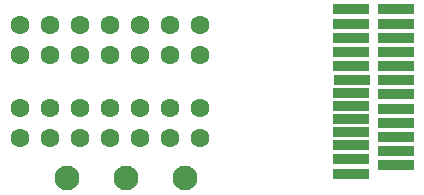
<source format=gbr>
%TF.GenerationSoftware,KiCad,Pcbnew,5.1.6-c6e7f7d~87~ubuntu20.04.1*%
%TF.CreationDate,2022-05-26T15:44:46+02:00*%
%TF.ProjectId,interface_down_left_side_arm,696e7465-7266-4616-9365-5f646f776e5f,rev?*%
%TF.SameCoordinates,PX5f5e038PY7086ec8*%
%TF.FileFunction,Soldermask,Top*%
%TF.FilePolarity,Negative*%
%FSLAX46Y46*%
G04 Gerber Fmt 4.6, Leading zero omitted, Abs format (unit mm)*
G04 Created by KiCad (PCBNEW 5.1.6-c6e7f7d~87~ubuntu20.04.1) date 2022-05-26 15:44:46*
%MOMM*%
%LPD*%
G01*
G04 APERTURE LIST*
%ADD10C,1.600000*%
%ADD11R,3.100000X0.900000*%
%ADD12C,2.100000*%
G04 APERTURE END LIST*
D10*
%TO.C,J2*%
X22240200Y5153160D03*
X19700200Y5153160D03*
X17160200Y5153160D03*
X14620200Y5153160D03*
X12080200Y5153160D03*
X9540200Y5153160D03*
X7000200Y5153160D03*
X22240200Y7693160D03*
X19700200Y7693160D03*
X17160200Y7693160D03*
X14620200Y7693160D03*
X12080200Y7693160D03*
X9540200Y7693160D03*
X7000200Y7693160D03*
%TD*%
%TO.C,J3*%
X7000200Y14693160D03*
X9540200Y14693160D03*
X12080200Y14693160D03*
X14620200Y14693160D03*
X17160200Y14693160D03*
X19700200Y14693160D03*
X22240200Y14693160D03*
X7000200Y12153160D03*
X9540200Y12153160D03*
X12080200Y12153160D03*
X14620200Y12153160D03*
X17160200Y12153160D03*
X19700200Y12153160D03*
X22240200Y12153160D03*
%TD*%
D11*
%TO.C,J4*%
X35100200Y14793160D03*
X35100200Y15993160D03*
X35100200Y12393160D03*
X35080200Y13593160D03*
X35100200Y11193160D03*
X35106000Y9993160D03*
X35100200Y6693160D03*
X35100200Y3293160D03*
X35100200Y5593160D03*
X35100200Y7793160D03*
X35100200Y4493160D03*
X35100200Y8893160D03*
X35100200Y2093160D03*
X38886540Y16000400D03*
X38886540Y14800400D03*
X38886540Y13600400D03*
X38886540Y12400400D03*
X38886540Y11200400D03*
X38886540Y10000400D03*
X38886540Y8800400D03*
X38886540Y7600400D03*
X38886540Y6400400D03*
X38886540Y5200400D03*
X38886540Y4000400D03*
X38886540Y2800400D03*
%TD*%
D12*
%TO.C,J1*%
X11000200Y1732280D03*
X16000200Y1732280D03*
X21000200Y1732280D03*
%TD*%
M02*

</source>
